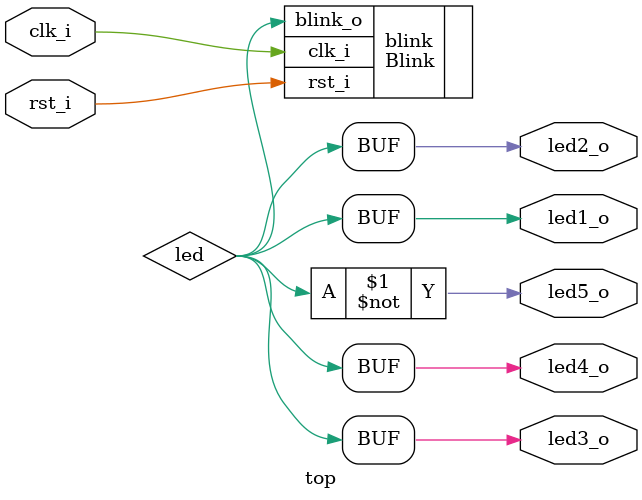
<source format=v>


module top (
//Entradas
   input wire     clk_i, 
   input wire     rst_i,
//Salidas
   output wire    led1_o,
   output wire    led2_o,
   output wire    led3_o,
   output wire    led4_o,
   output wire    led5_o
   );

//Signals declaration sector
wire led;

//Modules instantiation
   Blink #(
      .FREQUENCY(12_000_000),
      .SECONDS  (1)          
   )
   blink(
      .clk_i   (clk_i),
      .rst_i   (rst_i),
      .blink_o (led)
   );

//Concurrent assigns
assign led1_o = led;
assign led2_o = led;
assign led3_o = led;
assign led4_o = led;
assign led5_o = ~led;

endmodule


</source>
